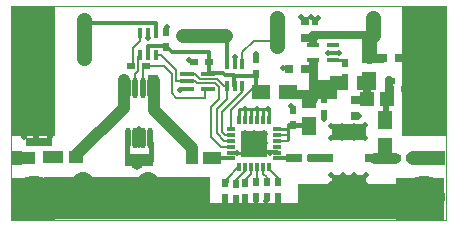
<source format=gtl>
%FSLAX23Y23*%
%MOIN*%
G70*
G01*
G75*
G04 Layer_Physical_Order=1*
G04 Layer_Color=255*
%ADD10R,0.025X0.020*%
%ADD11R,0.118X0.053*%
%ADD12R,0.053X0.030*%
%ADD13R,0.020X0.030*%
%ADD14R,0.028X0.012*%
%ADD15R,0.060X0.050*%
%ADD16R,0.040X0.014*%
%ADD17R,0.030X0.020*%
%ADD18O,0.018X0.067*%
%ADD19R,0.016X0.033*%
%ADD20R,0.045X0.014*%
%ADD21R,0.091X0.091*%
%ADD22R,0.045X0.045*%
%ADD23R,0.091X0.028*%
%ADD24R,0.035X0.020*%
%ADD25R,0.012X0.028*%
%ADD26R,0.030X0.030*%
%ADD27R,0.031X0.028*%
%ADD28R,0.050X0.060*%
%ADD29R,0.030X0.030*%
%ADD30R,0.016X0.033*%
%ADD31R,0.031X0.028*%
%ADD32R,0.040X0.040*%
%ADD33C,0.007*%
%ADD34C,0.012*%
%ADD35C,0.050*%
%ADD36C,0.008*%
%ADD37C,0.040*%
%ADD38C,0.015*%
%ADD39C,0.010*%
%ADD40C,0.045*%
%ADD41C,0.035*%
%ADD42C,0.030*%
%ADD43C,0.020*%
%ADD44C,0.025*%
%ADD45R,0.050X0.041*%
%ADD46R,0.349X0.072*%
%ADD47R,0.556X0.105*%
%ADD48R,0.054X0.028*%
%ADD49R,0.063X0.044*%
%ADD50R,0.164X0.141*%
%ADD51R,0.034X0.045*%
%ADD52R,0.035X0.045*%
%ADD53R,0.071X0.041*%
%ADD54R,0.059X0.042*%
%ADD55R,0.062X0.030*%
%ADD56R,1.204X0.056*%
%ADD57R,0.147X0.435*%
%ADD58R,0.095X0.041*%
%ADD59R,0.024X0.051*%
%ADD60R,0.032X0.057*%
%ADD61R,0.149X0.141*%
%ADD62R,0.074X0.050*%
%ADD63C,0.002*%
%ADD64O,0.070X0.090*%
%ADD65C,0.045*%
%ADD66C,0.142*%
%ADD67C,0.020*%
%ADD68C,0.026*%
%ADD69C,0.025*%
D10*
X1445Y-485D02*
D03*
X1495D02*
D03*
D11*
X1308Y-799D02*
D03*
Y-629D02*
D03*
D12*
X1228Y-714D02*
D03*
X1388D02*
D03*
D13*
X1197Y-259D02*
D03*
X1000Y-384D02*
D03*
Y-434D02*
D03*
X964Y-799D02*
D03*
Y-849D02*
D03*
X897Y-797D02*
D03*
Y-847D02*
D03*
X1000Y-844D02*
D03*
Y-794D02*
D03*
X1035Y-844D02*
D03*
Y-794D02*
D03*
X1074Y-844D02*
D03*
Y-794D02*
D03*
X931Y-850D02*
D03*
Y-800D02*
D03*
X1121Y-553D02*
D03*
Y-603D02*
D03*
X1197Y-309D02*
D03*
X1295Y-448D02*
D03*
Y-398D02*
D03*
X1225Y-518D02*
D03*
Y-568D02*
D03*
X699Y-295D02*
D03*
Y-345D02*
D03*
D14*
X916Y-617D02*
D03*
X1070Y-617D02*
D03*
Y-636D02*
D03*
Y-656D02*
D03*
Y-676D02*
D03*
Y-696D02*
D03*
Y-715D02*
D03*
X916D02*
D03*
Y-696D02*
D03*
Y-676D02*
D03*
Y-656D02*
D03*
Y-636D02*
D03*
D15*
X1105Y-493D02*
D03*
X1015D02*
D03*
X1277Y-465D02*
D03*
X1367D02*
D03*
D16*
X1189Y-389D02*
D03*
X1257D02*
D03*
Y-337D02*
D03*
X1189D02*
D03*
X1257Y-363D02*
D03*
D17*
X632Y-407D02*
D03*
X582D02*
D03*
X842Y-395D02*
D03*
X792D02*
D03*
X393Y-715D02*
D03*
X343D02*
D03*
X1134Y-715D02*
D03*
X1184Y-715D02*
D03*
X1499Y-456D02*
D03*
X1449Y-457D02*
D03*
X836Y-714D02*
D03*
D18*
X596Y-481D02*
D03*
X622D02*
D03*
X647D02*
D03*
X571D02*
D03*
X647Y-647D02*
D03*
X622D02*
D03*
X596D02*
D03*
X571D02*
D03*
D19*
X613Y-372D02*
D03*
Y-298D02*
D03*
X665Y-372D02*
D03*
Y-298D02*
D03*
X902Y-401D02*
D03*
X954D02*
D03*
Y-475D02*
D03*
X902D02*
D03*
D20*
X838Y-485D02*
D03*
X770Y-433D02*
D03*
Y-459D02*
D03*
X838Y-433D02*
D03*
X770Y-485D02*
D03*
D21*
X993Y-666D02*
D03*
D22*
X1435Y-519D02*
D03*
X1368D02*
D03*
D23*
X276Y-660D02*
D03*
D24*
X1467Y-714D02*
D03*
X1517D02*
D03*
D25*
X944Y-589D02*
D03*
X963D02*
D03*
X983D02*
D03*
X1003D02*
D03*
X1023D02*
D03*
X1042D02*
D03*
Y-743D02*
D03*
X1023D02*
D03*
X1003D02*
D03*
X983D02*
D03*
X963D02*
D03*
X944D02*
D03*
D26*
X1109Y-417D02*
D03*
X1164D02*
D03*
X1421Y-380D02*
D03*
X1476D02*
D03*
D27*
X246Y-707D02*
D03*
D28*
X1177Y-607D02*
D03*
Y-517D02*
D03*
X1430Y-676D02*
D03*
Y-586D02*
D03*
X1375Y-459D02*
D03*
Y-369D02*
D03*
D29*
X1164Y-314D02*
D03*
Y-259D02*
D03*
X1328Y-520D02*
D03*
Y-575D02*
D03*
D30*
X928Y-401D02*
D03*
Y-475D02*
D03*
X639Y-298D02*
D03*
Y-372D02*
D03*
D31*
X305Y-707D02*
D03*
D32*
X786Y-714D02*
D03*
D33*
X994Y-476D02*
X1019D01*
X916Y-554D02*
X994Y-476D01*
X992Y-323D02*
X1068D01*
X954Y-361D02*
X992Y-323D01*
X954Y-401D02*
Y-361D01*
X734Y-459D02*
X797D01*
X665Y-372D02*
X684D01*
X734Y-422D01*
Y-459D02*
Y-422D01*
X607Y-378D02*
X614Y-371D01*
X607Y-424D02*
Y-378D01*
X596Y-435D02*
X607Y-424D01*
X596Y-480D02*
Y-435D01*
X893Y-474D02*
X902D01*
X796Y-433D02*
X814Y-451D01*
X870D01*
X893Y-474D01*
X797Y-459D02*
X803Y-465D01*
X862D01*
X875Y-478D01*
Y-518D02*
Y-478D01*
X850Y-543D02*
X875Y-518D01*
X850Y-644D02*
Y-543D01*
X882Y-676D02*
X916D01*
X916Y-616D02*
Y-554D01*
X850Y-644D02*
X882Y-676D01*
D34*
X927Y-474D02*
Y-439D01*
Y-440D02*
X999D01*
X895Y-439D02*
X927D01*
X999Y-472D02*
Y-440D01*
X842Y-430D02*
X844Y-432D01*
X888D01*
X895Y-439D01*
X443Y-264D02*
X665D01*
X424Y-245D02*
X443Y-264D01*
X418Y-251D02*
X424Y-245D01*
X665Y-299D02*
Y-264D01*
X638Y-373D02*
X639Y-372D01*
Y-341D01*
X690D01*
X1037Y-695D02*
X1070D01*
X852Y-715D02*
X916D01*
X1070D02*
X1137Y-715D01*
X699Y-341D02*
X718Y-360D01*
X842D01*
Y-430D02*
Y-360D01*
X902Y-400D02*
Y-311D01*
D35*
X1069Y-341D02*
Y-246D01*
X427Y-381D02*
Y-254D01*
X1390Y-305D02*
Y-246D01*
X1376Y-373D02*
Y-321D01*
D36*
X664Y-371D02*
X665Y-372D01*
X590Y-407D02*
Y-346D01*
X691Y-406D02*
X718Y-433D01*
X625Y-406D02*
X691D01*
X718Y-498D02*
Y-433D01*
Y-498D02*
X734Y-514D01*
X828D01*
Y-485D01*
X902Y-518D02*
Y-474D01*
X760Y-433D02*
X796D01*
X621Y-468D02*
Y-404D01*
X613Y-323D02*
Y-298D01*
X590Y-346D02*
X613Y-323D01*
X621Y-468D02*
X622Y-469D01*
X621Y-475D02*
X622Y-476D01*
X621Y-466D02*
X622Y-466D01*
X869Y-632D02*
Y-551D01*
X902Y-518D01*
X983Y-768D02*
Y-744D01*
X964Y-787D02*
X983Y-768D01*
X1003Y-791D02*
Y-752D01*
X1023Y-766D02*
Y-743D01*
Y-766D02*
X1036Y-779D01*
Y-800D02*
Y-779D01*
X1072Y-799D02*
Y-780D01*
X1042Y-750D02*
X1072Y-780D01*
X963Y-758D02*
Y-744D01*
X930Y-791D02*
X963Y-758D01*
X1070Y-637D02*
X1104D01*
X1070Y-656D02*
X1104D01*
X901Y-785D02*
X944Y-742D01*
X896Y-636D02*
X916D01*
X887Y-627D02*
X896Y-636D01*
X893Y-656D02*
X916D01*
X887Y-627D02*
Y-560D01*
X869Y-632D02*
X893Y-656D01*
X954Y-493D02*
Y-475D01*
X887Y-560D02*
X954Y-493D01*
D37*
X624Y-895D02*
Y-830D01*
X405Y-882D02*
Y-831D01*
X559Y-546D02*
Y-455D01*
X404Y-701D02*
X559Y-546D01*
X659Y-460D02*
X660Y-459D01*
X786Y-706D02*
Y-682D01*
X659Y-555D02*
Y-460D01*
Y-555D02*
X786Y-682D01*
X404Y-708D02*
Y-701D01*
D38*
X648Y-721D02*
Y-663D01*
X1109Y-605D02*
X1159D01*
X570Y-662D02*
X570Y-723D01*
D39*
X1073Y-873D02*
Y-843D01*
X964Y-795D02*
Y-787D01*
X930Y-793D02*
Y-791D01*
X937Y-696D02*
X954D01*
X1106Y-654D02*
Y-602D01*
X1070Y-618D02*
X1103D01*
X901Y-793D02*
Y-785D01*
X944Y-589D02*
Y-551D01*
X1041D01*
Y-591D02*
Y-551D01*
X963Y-589D02*
Y-546D01*
X1003Y-589D02*
Y-546D01*
X929Y-795D02*
Y-791D01*
X930D01*
X983Y-551D02*
X983Y-589D01*
X1023Y-594D02*
Y-551D01*
X1270Y-389D02*
X1293D01*
D40*
X1524Y-714D02*
X1601D01*
X757Y-307D02*
X898D01*
D41*
X1392Y-714D02*
X1464D01*
D42*
X1111Y-502D02*
X1164D01*
X1197Y-466D02*
X1280D01*
X1189Y-517D02*
Y-398D01*
X1389Y-380D02*
X1419D01*
D43*
X1432Y-582D02*
Y-520D01*
D44*
X1443D02*
Y-454D01*
X1330Y-520D02*
X1368D01*
Y-465D01*
X1188Y-332D02*
Y-305D01*
X1390D01*
D45*
X400Y-712D02*
D03*
D46*
X1312Y-838D02*
D03*
D47*
X568Y-832D02*
D03*
D48*
X1126Y-714D02*
D03*
D49*
X851Y-715D02*
D03*
D50*
X1547Y-850D02*
D03*
D51*
X203Y-715D02*
D03*
D52*
X1612D02*
D03*
D53*
X324Y-712D02*
D03*
D54*
X231Y-715D02*
D03*
D55*
X1201Y-714D02*
D03*
D56*
X892Y-892D02*
D03*
D57*
X1559Y-424D02*
D03*
X257D02*
D03*
D58*
X609Y-720D02*
D03*
D59*
X612Y-646D02*
D03*
D60*
X655Y-465D02*
D03*
D61*
X257Y-850D02*
D03*
D62*
X1231Y-495D02*
D03*
D63*
X183Y-208D02*
X1633D01*
Y-922D02*
Y-208D01*
X183Y-922D02*
Y-208D01*
Y-922D02*
X1633D01*
D64*
X422Y-804D02*
D03*
X640D02*
D03*
D65*
X603Y-730D02*
D03*
D66*
X1558Y-845D02*
D03*
X1559Y-565D02*
D03*
Y-287D02*
D03*
X258Y-845D02*
D03*
Y-286D02*
D03*
X259Y-567D02*
D03*
D67*
X746Y-486D02*
D03*
X777Y-386D02*
D03*
X701Y-278D02*
D03*
X1000Y-367D02*
D03*
X604Y-893D02*
D03*
X639Y-314D02*
D03*
X519Y-803D02*
D03*
X735Y-894D02*
D03*
X225Y-643D02*
D03*
X312D02*
D03*
X897Y-862D02*
D03*
X1000Y-858D02*
D03*
X1034Y-859D02*
D03*
X1074Y-860D02*
D03*
X937Y-696D02*
D03*
X1047Y-696D02*
D03*
X962Y-860D02*
D03*
X931Y-859D02*
D03*
X1117Y-540D02*
D03*
X1040Y-550D02*
D03*
X963Y-551D02*
D03*
X1003D02*
D03*
X1249Y-647D02*
D03*
X1364D02*
D03*
X1285D02*
D03*
Y-607D02*
D03*
X1249Y-608D02*
D03*
X1364Y-605D02*
D03*
X1288Y-772D02*
D03*
Y-806D02*
D03*
X1248Y-771D02*
D03*
Y-802D02*
D03*
X1366Y-772D02*
D03*
Y-805D02*
D03*
X1225Y-585D02*
D03*
X1341Y-575D02*
D03*
X1090Y-415D02*
D03*
X1239Y-363D02*
D03*
X1277D02*
D03*
X1509Y-483D02*
D03*
X266Y-643D02*
D03*
X930Y-379D02*
D03*
X610Y-671D02*
D03*
X609Y-617D02*
D03*
X854Y-895D02*
D03*
X1091Y-900D02*
D03*
X1327Y-896D02*
D03*
X1452Y-895D02*
D03*
X469Y-893D02*
D03*
X822Y-804D02*
D03*
X1149Y-244D02*
D03*
X1183Y-245D02*
D03*
X1206Y-248D02*
D03*
X1327Y-607D02*
D03*
X1326Y-647D02*
D03*
X1325Y-772D02*
D03*
Y-805D02*
D03*
X1510Y-443D02*
D03*
X1497Y-381D02*
D03*
D68*
X1026Y-634D02*
D03*
X961D02*
D03*
X992D02*
D03*
X960Y-698D02*
D03*
D69*
X1026Y-699D02*
D03*
X991Y-698D02*
D03*
X1026Y-664D02*
D03*
X992Y-665D02*
D03*
X961D02*
D03*
M02*

</source>
